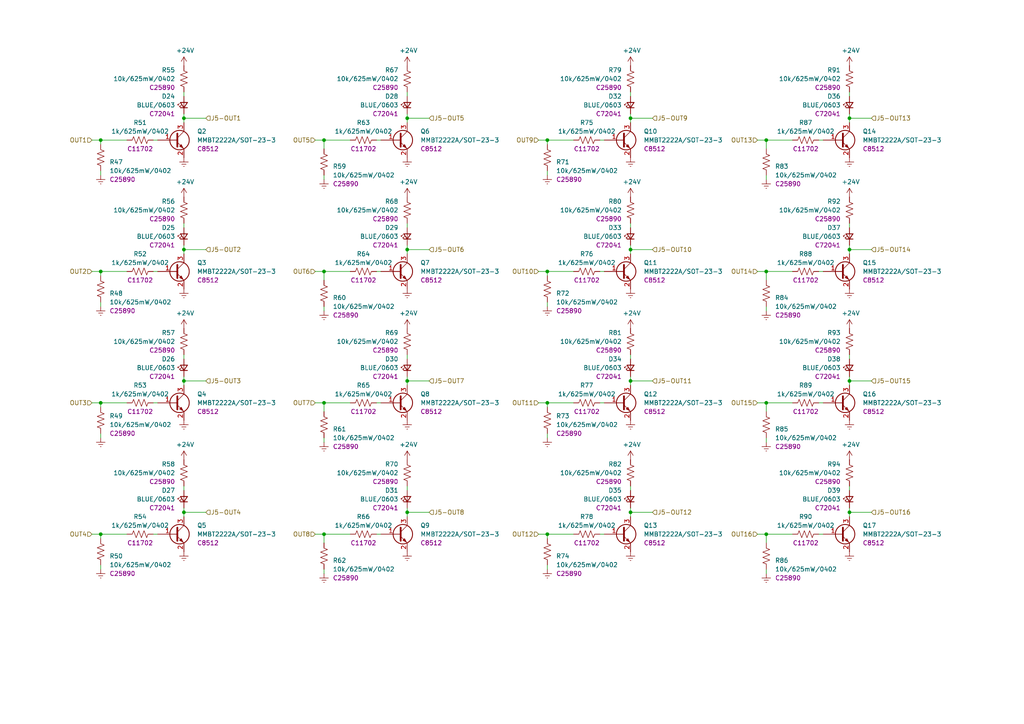
<source format=kicad_sch>
(kicad_sch (version 20211123) (generator eeschema)
  (paper "A4")
  (junction (at 182.88 110.49))
  (junction (at 222.25 40.64))
  (junction (at 158.75 116.84))
  (junction (at 222.25 116.84))
  (junction (at 222.25 78.74))
  (junction (at 53.34 72.39))
  (junction (at 29.21 116.84))
  (junction (at 222.25 154.94))
  (junction (at 118.11 110.49))
  (junction (at 118.11 34.29))
  (junction (at 93.98 78.74))
  (junction (at 93.98 154.94))
  (junction (at 118.11 72.39))
  (junction (at 29.21 40.64))
  (junction (at 158.75 78.74))
  (junction (at 158.75 40.64))
  (junction (at 182.88 148.59))
  (junction (at 246.38 148.59))
  (junction (at 182.88 72.39))
  (junction (at 93.98 40.64))
  (junction (at 246.38 110.49))
  (junction (at 182.88 34.29))
  (junction (at 53.34 34.29))
  (junction (at 53.34 110.49))
  (junction (at 246.38 72.39))
  (junction (at 29.21 78.74))
  (junction (at 29.21 154.94))
  (junction (at 118.11 148.59))
  (junction (at 246.38 34.29))
  (junction (at 53.34 148.59))
  (junction (at 158.75 154.94))
  (junction (at 93.98 116.84))
  (wire (pts (xy 182.88 102.87) (xy 182.88 104.14)))
  (wire (pts (xy 29.21 154.94) (xy 36.83 154.94)))
  (wire (pts (xy 29.21 116.84) (xy 29.21 118.11)))
  (wire (pts (xy 182.88 72.39) (xy 182.88 73.66)))
  (wire (pts (xy 53.34 140.97) (xy 53.34 142.24)))
  (wire (pts (xy 93.98 88.9) (xy 93.98 90.17)))
  (wire (pts (xy 109.22 40.64) (xy 110.49 40.64)))
  (wire (pts (xy 182.88 140.97) (xy 182.88 142.24)))
  (wire (pts (xy 93.98 40.64) (xy 101.6 40.64)))
  (wire (pts (xy 29.21 40.64) (xy 29.21 41.91)))
  (wire (pts (xy 109.22 116.84) (xy 110.49 116.84)))
  (wire (pts (xy 158.75 163.83) (xy 158.75 165.1)))
  (wire (pts (xy 246.38 34.29) (xy 252.73 34.29)))
  (wire (pts (xy 93.98 154.94) (xy 93.98 157.48)))
  (wire (pts (xy 118.11 64.77) (xy 118.11 66.04)))
  (wire (pts (xy 44.45 40.64) (xy 45.72 40.64)))
  (wire (pts (xy 182.88 64.77) (xy 182.88 66.04)))
  (wire (pts (xy 246.38 109.22) (xy 246.38 110.49)))
  (wire (pts (xy 118.11 71.12) (xy 118.11 72.39)))
  (wire (pts (xy 93.98 116.84) (xy 93.98 119.38)))
  (wire (pts (xy 158.75 40.64) (xy 158.75 41.91)))
  (wire (pts (xy 91.44 154.94) (xy 93.98 154.94)))
  (wire (pts (xy 26.67 154.94) (xy 29.21 154.94)))
  (wire (pts (xy 53.34 71.12) (xy 53.34 72.39)))
  (wire (pts (xy 29.21 87.63) (xy 29.21 88.9)))
  (wire (pts (xy 29.21 78.74) (xy 29.21 80.01)))
  (wire (pts (xy 93.98 116.84) (xy 101.6 116.84)))
  (wire (pts (xy 118.11 34.29) (xy 124.46 34.29)))
  (wire (pts (xy 219.71 40.64) (xy 222.25 40.64)))
  (wire (pts (xy 118.11 148.59) (xy 118.11 149.86)))
  (wire (pts (xy 29.21 154.94) (xy 29.21 156.21)))
  (wire (pts (xy 222.25 165.1) (xy 222.25 166.37)))
  (wire (pts (xy 156.21 154.94) (xy 158.75 154.94)))
  (wire (pts (xy 156.21 40.64) (xy 158.75 40.64)))
  (wire (pts (xy 246.38 33.02) (xy 246.38 34.29)))
  (wire (pts (xy 44.45 116.84) (xy 45.72 116.84)))
  (wire (pts (xy 118.11 110.49) (xy 124.46 110.49)))
  (wire (pts (xy 158.75 116.84) (xy 166.37 116.84)))
  (wire (pts (xy 93.98 127) (xy 93.98 128.27)))
  (wire (pts (xy 93.98 154.94) (xy 101.6 154.94)))
  (wire (pts (xy 93.98 40.64) (xy 93.98 43.18)))
  (wire (pts (xy 53.34 102.87) (xy 53.34 104.14)))
  (wire (pts (xy 158.75 78.74) (xy 166.37 78.74)))
  (wire (pts (xy 173.99 154.94) (xy 175.26 154.94)))
  (wire (pts (xy 182.88 110.49) (xy 189.23 110.49)))
  (wire (pts (xy 29.21 40.64) (xy 36.83 40.64)))
  (wire (pts (xy 219.71 154.94) (xy 222.25 154.94)))
  (wire (pts (xy 53.34 33.02) (xy 53.34 34.29)))
  (wire (pts (xy 44.45 154.94) (xy 45.72 154.94)))
  (wire (pts (xy 182.88 33.02) (xy 182.88 34.29)))
  (wire (pts (xy 246.38 34.29) (xy 246.38 35.56)))
  (wire (pts (xy 118.11 34.29) (xy 118.11 35.56)))
  (wire (pts (xy 158.75 87.63) (xy 158.75 88.9)))
  (wire (pts (xy 59.69 72.39) (xy 53.34 72.39)))
  (wire (pts (xy 53.34 147.32) (xy 53.34 148.59)))
  (wire (pts (xy 158.75 49.53) (xy 158.75 50.8)))
  (wire (pts (xy 246.38 72.39) (xy 246.38 73.66)))
  (wire (pts (xy 246.38 102.87) (xy 246.38 104.14)))
  (wire (pts (xy 118.11 72.39) (xy 118.11 73.66)))
  (wire (pts (xy 182.88 148.59) (xy 182.88 149.86)))
  (wire (pts (xy 93.98 78.74) (xy 93.98 81.28)))
  (wire (pts (xy 53.34 72.39) (xy 53.34 73.66)))
  (wire (pts (xy 222.25 154.94) (xy 222.25 157.48)))
  (wire (pts (xy 26.67 116.84) (xy 29.21 116.84)))
  (wire (pts (xy 182.88 147.32) (xy 182.88 148.59)))
  (wire (pts (xy 246.38 26.67) (xy 246.38 27.94)))
  (wire (pts (xy 222.25 116.84) (xy 229.87 116.84)))
  (wire (pts (xy 109.22 154.94) (xy 110.49 154.94)))
  (wire (pts (xy 182.88 26.67) (xy 182.88 27.94)))
  (wire (pts (xy 237.49 40.64) (xy 238.76 40.64)))
  (wire (pts (xy 246.38 140.97) (xy 246.38 142.24)))
  (wire (pts (xy 118.11 148.59) (xy 124.46 148.59)))
  (wire (pts (xy 26.67 78.74) (xy 29.21 78.74)))
  (wire (pts (xy 109.22 78.74) (xy 110.49 78.74)))
  (wire (pts (xy 182.88 109.22) (xy 182.88 110.49)))
  (wire (pts (xy 29.21 163.83) (xy 29.21 165.1)))
  (wire (pts (xy 29.21 125.73) (xy 29.21 127)))
  (wire (pts (xy 246.38 64.77) (xy 246.38 66.04)))
  (wire (pts (xy 44.45 78.74) (xy 45.72 78.74)))
  (wire (pts (xy 189.23 72.39) (xy 182.88 72.39)))
  (wire (pts (xy 182.88 34.29) (xy 182.88 35.56)))
  (wire (pts (xy 156.21 116.84) (xy 158.75 116.84)))
  (wire (pts (xy 222.25 78.74) (xy 229.87 78.74)))
  (wire (pts (xy 118.11 102.87) (xy 118.11 104.14)))
  (wire (pts (xy 53.34 64.77) (xy 53.34 66.04)))
  (wire (pts (xy 53.34 109.22) (xy 53.34 110.49)))
  (wire (pts (xy 93.98 165.1) (xy 93.98 166.37)))
  (wire (pts (xy 219.71 116.84) (xy 222.25 116.84)))
  (wire (pts (xy 118.11 147.32) (xy 118.11 148.59)))
  (wire (pts (xy 222.25 40.64) (xy 229.87 40.64)))
  (wire (pts (xy 246.38 148.59) (xy 246.38 149.86)))
  (wire (pts (xy 93.98 50.8) (xy 93.98 52.07)))
  (wire (pts (xy 118.11 72.39) (xy 124.46 72.39)))
  (wire (pts (xy 53.34 148.59) (xy 59.69 148.59)))
  (wire (pts (xy 246.38 148.59) (xy 252.73 148.59)))
  (wire (pts (xy 118.11 26.67) (xy 118.11 27.94)))
  (wire (pts (xy 182.88 71.12) (xy 182.88 72.39)))
  (wire (pts (xy 222.25 127) (xy 222.25 128.27)))
  (wire (pts (xy 59.69 34.29) (xy 53.34 34.29)))
  (wire (pts (xy 219.71 78.74) (xy 222.25 78.74)))
  (wire (pts (xy 158.75 116.84) (xy 158.75 118.11)))
  (wire (pts (xy 29.21 49.53) (xy 29.21 50.8)))
  (wire (pts (xy 222.25 154.94) (xy 229.87 154.94)))
  (wire (pts (xy 222.25 50.8) (xy 222.25 52.07)))
  (wire (pts (xy 158.75 78.74) (xy 158.75 80.01)))
  (wire (pts (xy 53.34 34.29) (xy 53.34 35.56)))
  (wire (pts (xy 246.38 72.39) (xy 252.73 72.39)))
  (wire (pts (xy 158.75 40.64) (xy 166.37 40.64)))
  (wire (pts (xy 53.34 110.49) (xy 59.69 110.49)))
  (wire (pts (xy 93.98 78.74) (xy 101.6 78.74)))
  (wire (pts (xy 53.34 148.59) (xy 53.34 149.86)))
  (wire (pts (xy 156.21 78.74) (xy 158.75 78.74)))
  (wire (pts (xy 222.25 40.64) (xy 222.25 43.18)))
  (wire (pts (xy 237.49 154.94) (xy 238.76 154.94)))
  (wire (pts (xy 26.67 40.64) (xy 29.21 40.64)))
  (wire (pts (xy 222.25 78.74) (xy 222.25 81.28)))
  (wire (pts (xy 118.11 140.97) (xy 118.11 142.24)))
  (wire (pts (xy 118.11 33.02) (xy 118.11 34.29)))
  (wire (pts (xy 91.44 40.64) (xy 93.98 40.64)))
  (wire (pts (xy 246.38 71.12) (xy 246.38 72.39)))
  (wire (pts (xy 237.49 116.84) (xy 238.76 116.84)))
  (wire (pts (xy 158.75 154.94) (xy 166.37 154.94)))
  (wire (pts (xy 53.34 26.67) (xy 53.34 27.94)))
  (wire (pts (xy 246.38 110.49) (xy 252.73 110.49)))
  (wire (pts (xy 29.21 116.84) (xy 36.83 116.84)))
  (wire (pts (xy 91.44 78.74) (xy 93.98 78.74)))
  (wire (pts (xy 91.44 116.84) (xy 93.98 116.84)))
  (wire (pts (xy 118.11 109.22) (xy 118.11 110.49)))
  (wire (pts (xy 246.38 147.32) (xy 246.38 148.59)))
  (wire (pts (xy 189.23 34.29) (xy 182.88 34.29)))
  (wire (pts (xy 182.88 110.49) (xy 182.88 111.76)))
  (wire (pts (xy 237.49 78.74) (xy 238.76 78.74)))
  (wire (pts (xy 158.75 125.73) (xy 158.75 127)))
  (wire (pts (xy 222.25 116.84) (xy 222.25 119.38)))
  (wire (pts (xy 246.38 110.49) (xy 246.38 111.76)))
  (wire (pts (xy 182.88 148.59) (xy 189.23 148.59)))
  (wire (pts (xy 173.99 78.74) (xy 175.26 78.74)))
  (wire (pts (xy 158.75 154.94) (xy 158.75 156.21)))
  (wire (pts (xy 29.21 78.74) (xy 36.83 78.74)))
  (wire (pts (xy 53.34 110.49) (xy 53.34 111.76)))
  (wire (pts (xy 173.99 40.64) (xy 175.26 40.64)))
  (wire (pts (xy 118.11 110.49) (xy 118.11 111.76)))
  (wire (pts (xy 222.25 88.9) (xy 222.25 90.17)))
  (wire (pts (xy 173.99 116.84) (xy 175.26 116.84)))
  (hierarchical_label "J5-OUT8" (shape input) (at 124.46 148.59 0))
  (hierarchical_label "J5-OUT6" (shape input) (at 124.46 72.39 0))
  (hierarchical_label "OUT1" (shape input) (at 26.67 40.64 180))
  (hierarchical_label "J5-OUT4" (shape input) (at 59.69 148.59 0))
  (hierarchical_label "OUT12" (shape input) (at 156.21 154.94 180))
  (hierarchical_label "J5-OUT14" (shape input) (at 252.73 72.39 0))
  (hierarchical_label "J5-OUT2" (shape input) (at 59.69 72.39 0))
  (hierarchical_label "J5-OUT16" (shape input) (at 252.73 148.59 0))
  (hierarchical_label "J5-OUT11" (shape input) (at 189.23 110.49 0))
  (hierarchical_label "OUT9" (shape input) (at 156.21 40.64 180))
  (hierarchical_label "OUT7" (shape input) (at 91.44 116.84 180))
  (hierarchical_label "OUT15" (shape input) (at 219.71 116.84 180))
  (hierarchical_label "J5-OUT5" (shape input) (at 124.46 34.29 0))
  (hierarchical_label "J5-OUT15" (shape input) (at 252.73 110.49 0))
  (hierarchical_label "OUT13" (shape input) (at 219.71 40.64 180))
  (hierarchical_label "OUT16" (shape input) (at 219.71 154.94 180))
  (hierarchical_label "J5-OUT1" (shape input) (at 59.69 34.29 0))
  (hierarchical_label "OUT4" (shape input) (at 26.67 154.94 180))
  (hierarchical_label "OUT8" (shape input) (at 91.44 154.94 180))
  (hierarchical_label "OUT14" (shape input) (at 219.71 78.74 180))
  (hierarchical_label "OUT10" (shape input) (at 156.21 78.74 180))
  (hierarchical_label "J5-OUT7" (shape input) (at 124.46 110.49 0))
  (hierarchical_label "J5-OUT12" (shape input) (at 189.23 148.59 0))
  (hierarchical_label "OUT6" (shape input) (at 91.44 78.74 180))
  (hierarchical_label "J5-OUT13" (shape input) (at 252.73 34.29 0))
  (hierarchical_label "OUT3" (shape input) (at 26.67 116.84 180))
  (hierarchical_label "J5-OUT3" (shape input) (at 59.69 110.49 0))
  (hierarchical_label "OUT5" (shape input) (at 91.44 40.64 180))
  (hierarchical_label "J5-OUT9" (shape input) (at 189.23 34.29 0))
  (hierarchical_label "OUT2" (shape input) (at 26.67 78.74 180))
  (hierarchical_label "OUT11" (shape input) (at 156.21 116.84 180))
  (hierarchical_label "J5-OUT10" (shape input) (at 189.23 72.39 0))
  (symbol (lib_id "Device:R_US") (at 53.34 137.16 0) (unit 1)
    (property "Reference" "R58" (at 50.8 134.62 0) (effects (justify right)))
    (property "Value" "10k/625mW/0402" (at 50.8 137.16 0) (effects (justify right)))
    (property "Footprint" "Tales:R_0402_1005Metric" (effects hide))
    (property "Case" "0402/1005" (effects hide))
    (property "Mfr" "Uniroyal" (effects hide))
    (property "Vendor" "JLCPCB" (effects hide))
    (property "Mfr PN" "0402WGF3301TCE" (effects hide))
    (property "Vendor PN" "C25890" (effects hide))
    (property "LCSC Part #" "C25890" (at 50.8 139.7 0) (effects (justify right)))
    (property "JLCPCB BOM" "1" (effects hide))
  )
  (symbol (lib_id "Device:LED_Small") (at 246.38 68.58 90) (unit 1)
    (property "Reference" "D37" (at 243.84 66.04 90) (effects (justify left)))
    (property "Value" "BLUE/0603" (at 243.84 68.58 90) (effects (justify left)))
    (property "Footprint" "Tales:LED_0603_1608Metric" (effects hide))
    (property "Case" "0603" (effects hide))
    (property "Mfr" "Everlight" (effects hide))
    (property "Mfr PN" "19-217/BHC-ZL1M2RY/3T" (effects hide))
    (property "Vendor" "JLCPCB" (effects hide))
    (property "Vendor PN" "C72041" (effects hide))
    (property "LCSC Part #" "C72041" (at 243.84 71.12 90) (effects (justify left)))
    (property "JLCPCB BOM" "1" (effects hide))
  )
  (symbol (lib_id "Device:R_US") (at 93.98 161.29 0) (unit 1)
    (property "Reference" "R62" (at 96.52 162.56 0) (effects (justify left)))
    (property "Value" "10k/625mW/0402" (at 96.52 165.1 0) (effects (justify left)))
    (property "Footprint" "Tales:R_0402_1005Metric" (effects hide))
    (property "Case" "0402/1005" (effects hide))
    (property "Mfr" "Uniroyal" (effects hide))
    (property "Vendor" "JLCPCB" (effects hide))
    (property "Mfr PN" "0402WGF3301TCE" (effects hide))
    (property "Vendor PN" "C25890" (effects hide))
    (property "LCSC Part #" "C25890" (at 96.52 167.64 0) (effects (justify left)))
    (property "JLCPCB BOM" "1" (effects hide))
  )
  (symbol (lib_id "power:GNDREF") (at 182.88 45.72 0) (unit 1)
    (property "Reference" "#PWR0119" (effects hide))
    (property "Value" "GNDREF" (effects hide))
  )
  (symbol (lib_id "Device:R_US") (at 158.75 45.72 0) (unit 1)
    (property "Reference" "R71" (at 161.29 46.99 0) (effects (justify left)))
    (property "Value" "10k/625mW/0402" (at 161.29 49.53 0) (effects (justify left)))
    (property "Footprint" "Tales:R_0402_1005Metric" (effects hide))
    (property "Case" "0402/1005" (effects hide))
    (property "Mfr" "Uniroyal" (effects hide))
    (property "Vendor" "JLCPCB" (effects hide))
    (property "Mfr PN" "0402WGF3301TCE" (effects hide))
    (property "Vendor PN" "C25890" (effects hide))
    (property "LCSC Part #" "C25890" (at 161.29 52.07 0) (effects (justify left)))
    (property "JLCPCB BOM" "1" (effects hide))
  )
  (symbol (lib_id "Device:R_US") (at 170.18 40.64 270) (unit 1)
    (property "Reference" "R75" (at 170.18 35.56 90))
    (property "Value" "1k/625mW/0402" (at 170.18 38.1 90))
    (property "Footprint" "Tales:R_0402_1005Metric" (effects hide))
    (property "Case" "0402/1005" (effects hide))
    (property "Mfr" "Uniroyal" (effects hide))
    (property "Mfr PN" "0402WGF1001TCE" (effects hide))
    (property "Vendor" "JLCPCB" (effects hide))
    (property "Vendor PN" "C11702" (effects hide))
    (property "LCSC Part #" "C11702" (at 170.18 43.18 90))
    (property "JLCPCB BOM" "1" (effects hide))
  )
  (symbol (lib_id "Device:LED_Small") (at 53.34 106.68 90) (unit 1)
    (property "Reference" "D26" (at 50.8 104.14 90) (effects (justify left)))
    (property "Value" "BLUE/0603" (at 50.8 106.68 90) (effects (justify left)))
    (property "Footprint" "Tales:LED_0603_1608Metric" (effects hide))
    (property "Case" "0603" (effects hide))
    (property "Mfr" "Everlight" (effects hide))
    (property "Mfr PN" "19-217/BHC-ZL1M2RY/3T" (effects hide))
    (property "Vendor" "JLCPCB" (effects hide))
    (property "Vendor PN" "C72041" (effects hide))
    (property "LCSC Part #" "C72041" (at 50.8 109.22 90) (effects (justify left)))
    (property "JLCPCB BOM" "1" (effects hide))
  )
  (symbol (lib_id "Device:R_US") (at 233.68 154.94 270) (unit 1)
    (property "Reference" "R90" (at 233.68 149.86 90))
    (property "Value" "1k/625mW/0402" (at 233.68 152.4 90))
    (property "Footprint" "Tales:R_0402_1005Metric" (effects hide))
    (property "Case" "0402/1005" (effects hide))
    (property "Mfr" "Uniroyal" (effects hide))
    (property "Mfr PN" "0402WGF1001TCE" (effects hide))
    (property "Vendor" "JLCPCB" (effects hide))
    (property "Vendor PN" "C11702" (effects hide))
    (property "LCSC Part #" "C11702" (at 233.68 157.48 90))
    (property "JLCPCB BOM" "1" (effects hide))
  )
  (symbol (lib_id "power:GNDREF") (at 29.21 165.1 0) (unit 1)
    (property "Reference" "#PWR093" (effects hide))
    (property "Value" "GNDREF" (effects hide))
  )
  (symbol (lib_id "power:+24V") (at 118.11 133.35 0) (unit 1)
    (property "Reference" "#PWR0112" (effects hide))
    (property "Value" "+24V" (at 118.491 128.9558 0))
  )
  (symbol (lib_id "Device:R_US") (at 93.98 85.09 0) (unit 1)
    (property "Reference" "R60" (at 96.52 86.36 0) (effects (justify left)))
    (property "Value" "10k/625mW/0402" (at 96.52 88.9 0) (effects (justify left)))
    (property "Footprint" "Tales:R_0402_1005Metric" (effects hide))
    (property "Case" "0402/1005" (effects hide))
    (property "Mfr" "Uniroyal" (effects hide))
    (property "Vendor" "JLCPCB" (effects hide))
    (property "Mfr PN" "0402WGF3301TCE" (effects hide))
    (property "Vendor PN" "C25890" (effects hide))
    (property "LCSC Part #" "C25890" (at 96.52 91.44 0) (effects (justify left)))
    (property "JLCPCB BOM" "1" (effects hide))
  )
  (symbol (lib_id "Device:R_US") (at 222.25 123.19 0) (unit 1)
    (property "Reference" "R85" (at 224.79 124.46 0) (effects (justify left)))
    (property "Value" "10k/625mW/0402" (at 224.79 127 0) (effects (justify left)))
    (property "Footprint" "Tales:R_0402_1005Metric" (effects hide))
    (property "Case" "0402/1005" (effects hide))
    (property "Mfr" "Uniroyal" (effects hide))
    (property "Vendor" "JLCPCB" (effects hide))
    (property "Mfr PN" "0402WGF3301TCE" (effects hide))
    (property "Vendor PN" "C25890" (effects hide))
    (property "LCSC Part #" "C25890" (at 224.79 129.54 0) (effects (justify left)))
    (property "JLCPCB BOM" "1" (effects hide))
  )
  (symbol (lib_id "Device:R_US") (at 158.75 160.02 0) (unit 1)
    (property "Reference" "R74" (at 161.29 161.29 0) (effects (justify left)))
    (property "Value" "10k/625mW/0402" (at 161.29 163.83 0) (effects (justify left)))
    (property "Footprint" "Tales:R_0402_1005Metric" (effects hide))
    (property "Case" "0402/1005" (effects hide))
    (property "Mfr" "Uniroyal" (effects hide))
    (property "Vendor" "JLCPCB" (effects hide))
    (property "Mfr PN" "0402WGF3301TCE" (effects hide))
    (property "Vendor PN" "C25890" (effects hide))
    (property "LCSC Part #" "C25890" (at 161.29 166.37 0) (effects (justify left)))
    (property "JLCPCB BOM" "1" (effects hide))
  )
  (symbol (lib_id "power:+24V") (at 182.88 133.35 0) (unit 1)
    (property "Reference" "#PWR0124" (effects hide))
    (property "Value" "+24V" (at 183.261 128.9558 0))
  )
  (symbol (lib_id "Device:R_US") (at 118.11 137.16 0) (unit 1)
    (property "Reference" "R70" (at 115.57 134.62 0) (effects (justify right)))
    (property "Value" "10k/625mW/0402" (at 115.57 137.16 0) (effects (justify right)))
    (property "Footprint" "Tales:R_0402_1005Metric" (effects hide))
    (property "Case" "0402/1005" (effects hide))
    (property "Mfr" "Uniroyal" (effects hide))
    (property "Vendor" "JLCPCB" (effects hide))
    (property "Mfr PN" "0402WGF3301TCE" (effects hide))
    (property "Vendor PN" "C25890" (effects hide))
    (property "LCSC Part #" "C25890" (at 115.57 139.7 0) (effects (justify right)))
    (property "JLCPCB BOM" "1" (effects hide))
  )
  (symbol (lib_id "power:+24V") (at 246.38 19.05 0) (unit 1)
    (property "Reference" "#PWR0130" (effects hide))
    (property "Value" "+24V" (at 246.761 14.6558 0))
  )
  (symbol (lib_id "Device:LED_Small") (at 246.38 144.78 90) (unit 1)
    (property "Reference" "D39" (at 243.84 142.24 90) (effects (justify left)))
    (property "Value" "BLUE/0603" (at 243.84 144.78 90) (effects (justify left)))
    (property "Footprint" "Tales:LED_0603_1608Metric" (effects hide))
    (property "Case" "0603" (effects hide))
    (property "Mfr" "Everlight" (effects hide))
    (property "Mfr PN" "19-217/BHC-ZL1M2RY/3T" (effects hide))
    (property "Vendor" "JLCPCB" (effects hide))
    (property "Vendor PN" "C72041" (effects hide))
    (property "LCSC Part #" "C72041" (at 243.84 147.32 90) (effects (justify left)))
    (property "JLCPCB BOM" "1" (effects hide))
  )
  (symbol (lib_id "Device:Q_NPN_BEC") (at 243.84 78.74 0) (unit 1)
    (property "Reference" "Q15" (at 250.19 76.2 0) (effects (justify left)))
    (property "Value" "MMBT2222A/SOT-23-3" (at 250.19 78.74 0) (effects (justify left)))
    (property "Footprint" "Tales:SOT-23" (effects hide))
    (property "Case" "SOT-23-3" (effects hide))
    (property "Mfr" "Changjiang" (effects hide))
    (property "Mfr PN" "MMBT2222A" (effects hide))
    (property "Technology" "BJT" (effects hide))
    (property "Vendor" "JLCPCB" (effects hide))
    (property "Vendor PN" "C8512" (effects hide))
    (property "JLCPCB BOM" "1" (effects hide))
    (property "LCSC Part #" "C8512" (at 250.19 81.28 0) (effects (justify left)))
  )
  (symbol (lib_id "power:GNDREF") (at 158.75 88.9 0) (unit 1)
    (property "Reference" "#PWR0115" (effects hide))
    (property "Value" "GNDREF" (effects hide))
  )
  (symbol (lib_id "Device:R_US") (at 105.41 40.64 270) (unit 1)
    (property "Reference" "R63" (at 105.41 35.56 90))
    (property "Value" "1k/625mW/0402" (at 105.41 38.1 90))
    (property "Footprint" "Tales:R_0402_1005Metric" (effects hide))
    (property "Case" "0402/1005" (effects hide))
    (property "Mfr" "Uniroyal" (effects hide))
    (property "Mfr PN" "0402WGF1001TCE" (effects hide))
    (property "Vendor" "JLCPCB" (effects hide))
    (property "Vendor PN" "C11702" (effects hide))
    (property "LCSC Part #" "C11702" (at 105.41 43.18 90))
    (property "JLCPCB BOM" "1" (effects hide))
  )
  (symbol (lib_id "power:+24V") (at 53.34 133.35 0) (unit 1)
    (property "Reference" "#PWR0100" (effects hide))
    (property "Value" "+24V" (at 53.721 128.9558 0))
  )
  (symbol (lib_id "power:GNDREF") (at 246.38 121.92 0) (unit 1)
    (property "Reference" "#PWR0135" (effects hide))
    (property "Value" "GNDREF" (effects hide))
  )
  (symbol (lib_id "power:GNDREF") (at 246.38 160.02 0) (unit 1)
    (property "Reference" "#PWR0137" (effects hide))
    (property "Value" "GNDREF" (effects hide))
  )
  (symbol (lib_id "power:GNDREF") (at 93.98 166.37 0) (unit 1)
    (property "Reference" "#PWR0105" (effects hide))
    (property "Value" "GNDREF" (effects hide))
  )
  (symbol (lib_id "Device:Q_NPN_BEC") (at 115.57 78.74 0) (unit 1)
    (property "Reference" "Q7" (at 121.92 76.2 0) (effects (justify left)))
    (property "Value" "MMBT2222A/SOT-23-3" (at 121.92 78.74 0) (effects (justify left)))
    (property "Footprint" "Tales:SOT-23" (effects hide))
    (property "Case" "SOT-23-3" (effects hide))
    (property "Mfr" "Changjiang" (effects hide))
    (property "Mfr PN" "MMBT2222A" (effects hide))
    (property "Technology" "BJT" (effects hide))
    (property "Vendor" "JLCPCB" (effects hide))
    (property "Vendor PN" "C8512" (effects hide))
    (property "JLCPCB BOM" "1" (effects hide))
    (property "LCSC Part #" "C8512" (at 121.92 81.28 0) (effects (justify left)))
  )
  (symbol (lib_id "Device:R_US") (at 53.34 99.06 0) (unit 1)
    (property "Reference" "R57" (at 50.8 96.52 0) (effects (justify right)))
    (property "Value" "10k/625mW/0402" (at 50.8 99.06 0) (effects (justify right)))
    (property "Footprint" "Tales:R_0402_1005Metric" (effects hide))
    (property "Case" "0402/1005" (effects hide))
    (property "Mfr" "Uniroyal" (effects hide))
    (property "Vendor" "JLCPCB" (effects hide))
    (property "Mfr PN" "0402WGF3301TCE" (effects hide))
    (property "Vendor PN" "C25890" (effects hide))
    (property "LCSC Part #" "C25890" (at 50.8 101.6 0) (effects (justify right)))
    (property "JLCPCB BOM" "1" (effects hide))
  )
  (symbol (lib_id "Device:LED_Small") (at 53.34 30.48 90) (unit 1)
    (property "Reference" "D24" (at 50.8 27.94 90) (effects (justify left)))
    (property "Value" "BLUE/0603" (at 50.8 30.48 90) (effects (justify left)))
    (property "Footprint" "Tales:LED_0603_1608Metric" (effects hide))
    (property "Case" "0603" (effects hide))
    (property "Mfr" "Everlight" (effects hide))
    (property "Mfr PN" "19-217/BHC-ZL1M2RY/3T" (effects hide))
    (property "Vendor" "JLCPCB" (effects hide))
    (property "Vendor PN" "C72041" (effects hide))
    (property "LCSC Part #" "C72041" (at 50.8 33.02 90) (effects (justify left)))
    (property "JLCPCB BOM" "1" (effects hide))
  )
  (symbol (lib_id "power:+24V") (at 53.34 95.25 0) (unit 1)
    (property "Reference" "#PWR098" (effects hide))
    (property "Value" "+24V" (at 53.721 90.8558 0))
  )
  (symbol (lib_id "Device:R_US") (at 93.98 123.19 0) (unit 1)
    (property "Reference" "R61" (at 96.52 124.46 0) (effects (justify left)))
    (property "Value" "10k/625mW/0402" (at 96.52 127 0) (effects (justify left)))
    (property "Footprint" "Tales:R_0402_1005Metric" (effects hide))
    (property "Case" "0402/1005" (effects hide))
    (property "Mfr" "Uniroyal" (effects hide))
    (property "Vendor" "JLCPCB" (effects hide))
    (property "Mfr PN" "0402WGF3301TCE" (effects hide))
    (property "Vendor PN" "C25890" (effects hide))
    (property "LCSC Part #" "C25890" (at 96.52 129.54 0) (effects (justify left)))
    (property "JLCPCB BOM" "1" (effects hide))
  )
  (symbol (lib_id "power:GNDREF") (at 53.34 83.82 0) (unit 1)
    (property "Reference" "#PWR097" (effects hide))
    (property "Value" "GNDREF" (effects hide))
  )
  (symbol (lib_id "Device:Q_NPN_BEC") (at 50.8 78.74 0) (unit 1)
    (property "Reference" "Q3" (at 57.15 76.2 0) (effects (justify left)))
    (property "Value" "MMBT2222A/SOT-23-3" (at 57.15 78.74 0) (effects (justify left)))
    (property "Footprint" "Tales:SOT-23" (effects hide))
    (property "Case" "SOT-23-3" (effects hide))
    (property "Mfr" "Changjiang" (effects hide))
    (property "Mfr PN" "MMBT2222A" (effects hide))
    (property "Technology" "BJT" (effects hide))
    (property "Vendor" "JLCPCB" (effects hide))
    (property "Vendor PN" "C8512" (effects hide))
    (property "JLCPCB BOM" "1" (effects hide))
    (property "LCSC Part #" "C8512" (at 57.15 81.28 0) (effects (justify left)))
  )
  (symbol (lib_id "Device:R_US") (at 222.25 46.99 0) (unit 1)
    (property "Reference" "R83" (at 224.79 48.26 0) (effects (justify left)))
    (property "Value" "10k/625mW/0402" (at 224.79 50.8 0) (effects (justify left)))
    (property "Footprint" "Tales:R_0402_1005Metric" (effects hide))
    (property "Case" "0402/1005" (effects hide))
    (property "Mfr" "Uniroyal" (effects hide))
    (property "Vendor" "JLCPCB" (effects hide))
    (property "Mfr PN" "0402WGF3301TCE" (effects hide))
    (property "Vendor PN" "C25890" (effects hide))
    (property "LCSC Part #" "C25890" (at 224.79 53.34 0) (effects (justify left)))
    (property "JLCPCB BOM" "1" (effects hide))
  )
  (symbol (lib_id "power:GNDREF") (at 182.88 121.92 0) (unit 1)
    (property "Reference" "#PWR0123" (effects hide))
    (property "Value" "GNDREF" (effects hide))
  )
  (symbol (lib_id "power:+24V") (at 246.38 133.35 0) (unit 1)
    (property "Reference" "#PWR0136" (effects hide))
    (property "Value" "+24V" (at 246.761 128.9558 0))
  )
  (symbol (lib_id "Device:R_US") (at 170.18 116.84 270) (unit 1)
    (property "Reference" "R77" (at 170.18 111.76 90))
    (property "Value" "1k/625mW/0402" (at 170.18 114.3 90))
    (property "Footprint" "Tales:R_0402_1005Metric" (effects hide))
    (property "Case" "0402/1005" (effects hide))
    (property "Mfr" "Uniroyal" (effects hide))
    (property "Mfr PN" "0402WGF1001TCE" (effects hide))
    (property "Vendor" "JLCPCB" (effects hide))
    (property "Vendor PN" "C11702" (effects hide))
    (property "LCSC Part #" "C11702" (at 170.18 119.38 90))
    (property "JLCPCB BOM" "1" (effects hide))
  )
  (symbol (lib_id "Device:LED_Small") (at 182.88 144.78 90) (unit 1)
    (property "Reference" "D35" (at 180.34 142.24 90) (effects (justify left)))
    (property "Value" "BLUE/0603" (at 180.34 144.78 90) (effects (justify left)))
    (property "Footprint" "Tales:LED_0603_1608Metric" (effects hide))
    (property "Case" "0603" (effects hide))
    (property "Mfr" "Everlight" (effects hide))
    (property "Mfr PN" "19-217/BHC-ZL1M2RY/3T" (effects hide))
    (property "Vendor" "JLCPCB" (effects hide))
    (property "Vendor PN" "C72041" (effects hide))
    (property "LCSC Part #" "C72041" (at 180.34 147.32 90) (effects (justify left)))
    (property "JLCPCB BOM" "1" (effects hide))
  )
  (symbol (lib_id "power:GNDREF") (at 118.11 83.82 0) (unit 1)
    (property "Reference" "#PWR0109" (effects hide))
    (property "Value" "GNDREF" (effects hide))
  )
  (symbol (lib_id "power:GNDREF") (at 222.25 90.17 0) (unit 1)
    (property "Reference" "#PWR0127" (effects hide))
    (property "Value" "GNDREF" (effects hide))
  )
  (symbol (lib_id "power:+24V") (at 182.88 95.25 0) (unit 1)
    (property "Reference" "#PWR0122" (effects hide))
    (property "Value" "+24V" (at 183.261 90.8558 0))
  )
  (symbol (lib_id "power:GNDREF") (at 222.25 52.07 0) (unit 1)
    (property "Reference" "#PWR0126" (effects hide))
    (property "Value" "GNDREF" (effects hide))
  )
  (symbol (lib_id "Device:R_US") (at 53.34 22.86 0) (unit 1)
    (property "Reference" "R55" (at 50.8 20.32 0) (effects (justify right)))
    (property "Value" "10k/625mW/0402" (at 50.8 22.86 0) (effects (justify right)))
    (property "Footprint" "Tales:R_0402_1005Metric" (effects hide))
    (property "Case" "0402/1005" (effects hide))
    (property "Mfr" "Uniroyal" (effects hide))
    (property "Vendor" "JLCPCB" (effects hide))
    (property "Mfr PN" "0402WGF3301TCE" (effects hide))
    (property "Vendor PN" "C25890" (effects hide))
    (property "LCSC Part #" "C25890" (at 50.8 25.4 0) (effects (justify right)))
    (property "JLCPCB BOM" "1" (effects hide))
  )
  (symbol (lib_id "power:GNDREF") (at 29.21 127 0) (unit 1)
    (property "Reference" "#PWR092" (effects hide))
    (property "Value" "GNDREF" (effects hide))
  )
  (symbol (lib_id "Device:R_US") (at 29.21 83.82 0) (unit 1)
    (property "Reference" "R48" (at 31.75 85.09 0) (effects (justify left)))
    (property "Value" "10k/625mW/0402" (at 31.75 87.63 0) (effects (justify left)))
    (property "Footprint" "Tales:R_0402_1005Metric" (effects hide))
    (property "Case" "0402/1005" (effects hide))
    (property "Mfr" "Uniroyal" (effects hide))
    (property "Vendor" "JLCPCB" (effects hide))
    (property "Mfr PN" "0402WGF3301TCE" (effects hide))
    (property "Vendor PN" "C25890" (effects hide))
    (property "LCSC Part #" "C25890" (at 31.75 90.17 0) (effects (justify left)))
    (property "JLCPCB BOM" "1" (effects hide))
  )
  (symbol (lib_id "Device:Q_NPN_BEC") (at 243.84 40.64 0) (unit 1)
    (property "Reference" "Q14" (at 250.19 38.1 0) (effects (justify left)))
    (property "Value" "MMBT2222A/SOT-23-3" (at 250.19 40.64 0) (effects (justify left)))
    (property "Footprint" "Tales:SOT-23" (effects hide))
    (property "Case" "SOT-23-3" (effects hide))
    (property "Mfr" "Changjiang" (effects hide))
    (property "Mfr PN" "MMBT2222A" (effects hide))
    (property "Technology" "BJT" (effects hide))
    (property "Vendor" "JLCPCB" (effects hide))
    (property "Vendor PN" "C8512" (effects hide))
    (property "JLCPCB BOM" "1" (effects hide))
    (property "LCSC Part #" "C8512" (at 250.19 43.18 0) (effects (justify left)))
  )
  (symbol (lib_id "Device:Q_NPN_BEC") (at 115.57 116.84 0) (unit 1)
    (property "Reference" "Q8" (at 121.92 114.3 0) (effects (justify left)))
    (property "Value" "MMBT2222A/SOT-23-3" (at 121.92 116.84 0) (effects (justify left)))
    (property "Footprint" "Tales:SOT-23" (effects hide))
    (property "Case" "SOT-23-3" (effects hide))
    (property "Mfr" "Changjiang" (effects hide))
    (property "Mfr PN" "MMBT2222A" (effects hide))
    (property "Technology" "BJT" (effects hide))
    (property "Vendor" "JLCPCB" (effects hide))
    (property "Vendor PN" "C8512" (effects hide))
    (property "JLCPCB BOM" "1" (effects hide))
    (property "LCSC Part #" "C8512" (at 121.92 119.38 0) (effects (justify left)))
  )
  (symbol (lib_id "Device:R_US") (at 29.21 160.02 0) (unit 1)
    (property "Reference" "R50" (at 31.75 161.29 0) (effects (justify left)))
    (property "Value" "10k/625mW/0402" (at 31.75 163.83 0) (effects (justify left)))
    (property "Footprint" "Tales:R_0402_1005Metric" (effects hide))
    (property "Case" "0402/1005" (effects hide))
    (property "Mfr" "Uniroyal" (effects hide))
    (property "Vendor" "JLCPCB" (effects hide))
    (property "Mfr PN" "0402WGF3301TCE" (effects hide))
    (property "Vendor PN" "C25890" (effects hide))
    (property "LCSC Part #" "C25890" (at 31.75 166.37 0) (effects (justify left)))
    (property "JLCPCB BOM" "1" (effects hide))
  )
  (symbol (lib_id "Device:LED_Small") (at 118.11 68.58 90) (unit 1)
    (property "Reference" "D29" (at 115.57 66.04 90) (effects (justify left)))
    (property "Value" "BLUE/0603" (at 115.57 68.58 90) (effects (justify left)))
    (property "Footprint" "Tales:LED_0603_1608Metric" (effects hide))
    (property "Case" "0603" (effects hide))
    (property "Mfr" "Everlight" (effects hide))
    (property "Mfr PN" "19-217/BHC-ZL1M2RY/3T" (effects hide))
    (property "Vendor" "JLCPCB" (effects hide))
    (property "Vendor PN" "C72041" (effects hide))
    (property "LCSC Part #" "C72041" (at 115.57 71.12 90) (effects (justify left)))
    (property "JLCPCB BOM" "1" (effects hide))
  )
  (symbol (lib_id "Device:R_US") (at 93.98 46.99 0) (unit 1)
    (property "Reference" "R59" (at 96.52 48.26 0) (effects (justify left)))
    (property "Value" "10k/625mW/0402" (at 96.52 50.8 0) (effects (justify left)))
    (property "Footprint" "Tales:R_0402_1005Metric" (effects hide))
    (property "Case" "0402/1005" (effects hide))
    (property "Mfr" "Uniroyal" (effects hide))
    (property "Vendor" "JLCPCB" (effects hide))
    (property "Mfr PN" "0402WGF3301TCE" (effects hide))
    (property "Vendor PN" "C25890" (effects hide))
    (property "LCSC Part #" "C25890" (at 96.52 53.34 0) (effects (justify left)))
    (property "JLCPCB BOM" "1" (effects hide))
  )
  (symbol (lib_id "Device:R_US") (at 53.34 60.96 0) (unit 1)
    (property "Reference" "R56" (at 50.8 58.42 0) (effects (justify right)))
    (property "Value" "10k/625mW/0402" (at 50.8 60.96 0) (effects (justify right)))
    (property "Footprint" "Tales:R_0402_1005Metric" (effects hide))
    (property "Case" "0402/1005" (effects hide))
    (property "Mfr" "Uniroyal" (effects hide))
    (property "Vendor" "JLCPCB" (effects hide))
    (property "Mfr PN" "0402WGF3301TCE" (effects hide))
    (property "Vendor PN" "C25890" (effects hide))
    (property "LCSC Part #" "C25890" (at 50.8 63.5 0) (effects (justify right)))
    (property "JLCPCB BOM" "1" (effects hide))
  )
  (symbol (lib_id "Device:LED_Small") (at 118.11 106.68 90) (unit 1)
    (property "Reference" "D30" (at 115.57 104.14 90) (effects (justify left)))
    (property "Value" "BLUE/0603" (at 115.57 106.68 90) (effects (justify left)))
    (property "Footprint" "Tales:LED_0603_1608Metric" (effects hide))
    (property "Case" "0603" (effects hide))
    (property "Mfr" "Everlight" (effects hide))
    (property "Mfr PN" "19-217/BHC-ZL1M2RY/3T" (effects hide))
    (property "Vendor" "JLCPCB" (effects hide))
    (property "Vendor PN" "C72041" (effects hide))
    (property "LCSC Part #" "C72041" (at 115.57 109.22 90) (effects (justify left)))
    (property "JLCPCB BOM" "1" (effects hide))
  )
  (symbol (lib_id "Device:LED_Small") (at 182.88 68.58 90) (unit 1)
    (property "Reference" "D33" (at 180.34 66.04 90) (effects (justify left)))
    (property "Value" "BLUE/0603" (at 180.34 68.58 90) (effects (justify left)))
    (property "Footprint" "Tales:LED_0603_1608Metric" (effects hide))
    (property "Case" "0603" (effects hide))
    (property "Mfr" "Everlight" (effects hide))
    (property "Mfr PN" "19-217/BHC-ZL1M2RY/3T" (effects hide))
    (property "Vendor" "JLCPCB" (effects hide))
    (property "Vendor PN" "C72041" (effects hide))
    (property "LCSC Part #" "C72041" (at 180.34 71.12 90) (effects (justify left)))
    (property "JLCPCB BOM" "1" (effects hide))
  )
  (symbol (lib_id "power:GNDREF") (at 53.34 121.92 0) (unit 1)
    (property "Reference" "#PWR099" (effects hide))
    (property "Value" "GNDREF" (effects hide))
  )
  (symbol (lib_id "power:+24V") (at 118.11 95.25 0) (unit 1)
    (property "Reference" "#PWR0110" (effects hide))
    (property "Value" "+24V" (at 118.491 90.8558 0))
  )
  (symbol (lib_id "Device:R_US") (at 182.88 99.06 0) (unit 1)
    (property "Reference" "R81" (at 180.34 96.52 0) (effects (justify right)))
    (property "Value" "10k/625mW/0402" (at 180.34 99.06 0) (effects (justify right)))
    (property "Footprint" "Tales:R_0402_1005Metric" (effects hide))
    (property "Case" "0402/1005" (effects hide))
    (property "Mfr" "Uniroyal" (effects hide))
    (property "Vendor" "JLCPCB" (effects hide))
    (property "Mfr PN" "0402WGF3301TCE" (effects hide))
    (property "Vendor PN" "C25890" (effects hide))
    (property "LCSC Part #" "C25890" (at 180.34 101.6 0) (effects (justify right)))
    (property "JLCPCB BOM" "1" (effects hide))
  )
  (symbol (lib_id "Device:R_US") (at 233.68 78.74 270) (unit 1)
    (property "Reference" "R88" (at 233.68 73.66 90))
    (property "Value" "1k/625mW/0402" (at 233.68 76.2 90))
    (property "Footprint" "Tales:R_0402_1005Metric" (effects hide))
    (property "Case" "0402/1005" (effects hide))
    (property "Mfr" "Uniroyal" (effects hide))
    (property "Mfr PN" "0402WGF1001TCE" (effects hide))
    (property "Vendor" "JLCPCB" (effects hide))
    (property "Vendor PN" "C11702" (effects hide))
    (property "LCSC Part #" "C11702" (at 233.68 81.28 90))
    (property "JLCPCB BOM" "1" (effects hide))
  )
  (symbol (lib_id "power:+24V") (at 182.88 19.05 0) (unit 1)
    (property "Reference" "#PWR0118" (effects hide))
    (property "Value" "+24V" (at 183.261 14.6558 0))
  )
  (symbol (lib_id "Device:R_US") (at 182.88 60.96 0) (unit 1)
    (property "Reference" "R80" (at 180.34 58.42 0) (effects (justify right)))
    (property "Value" "10k/625mW/0402" (at 180.34 60.96 0) (effects (justify right)))
    (property "Footprint" "Tales:R_0402_1005Metric" (effects hide))
    (property "Case" "0402/1005" (effects hide))
    (property "Mfr" "Uniroyal" (effects hide))
    (property "Vendor" "JLCPCB" (effects hide))
    (property "Mfr PN" "0402WGF3301TCE" (effects hide))
    (property "Vendor PN" "C25890" (effects hide))
    (property "LCSC Part #" "C25890" (at 180.34 63.5 0) (effects (justify right)))
    (property "JLCPCB BOM" "1" (effects hide))
  )
  (symbol (lib_id "power:+24V") (at 118.11 57.15 0) (unit 1)
    (property "Reference" "#PWR0108" (effects hide))
    (property "Value" "+24V" (at 118.491 52.7558 0))
  )
  (symbol (lib_id "Device:R_US") (at 246.38 99.06 0) (unit 1)
    (property "Reference" "R93" (at 243.84 96.52 0) (effects (justify right)))
    (property "Value" "10k/625mW/0402" (at 243.84 99.06 0) (effects (justify right)))
    (property "Footprint" "Tales:R_0402_1005Metric" (effects hide))
    (property "Case" "0402/1005" (effects hide))
    (property "Mfr" "Uniroyal" (effects hide))
    (property "Vendor" "JLCPCB" (effects hide))
    (property "Mfr PN" "0402WGF3301TCE" (effects hide))
    (property "Vendor PN" "C25890" (effects hide))
    (property "LCSC Part #" "C25890" (at 243.84 101.6 0) (effects (justify right)))
    (property "JLCPCB BOM" "1" (effects hide))
  )
  (symbol (lib_id "Device:R_US") (at 170.18 78.74 270) (unit 1)
    (property "Reference" "R76" (at 170.18 73.66 90))
    (property "Value" "1k/625mW/0402" (at 170.18 76.2 90))
    (property "Footprint" "Tales:R_0402_1005Metric" (effects hide))
    (property "Case" "0402/1005" (effects hide))
    (property "Mfr" "Uniroyal" (effects hide))
    (property "Mfr PN" "0402WGF1001TCE" (effects hide))
    (property "Vendor" "JLCPCB" (effects hide))
    (property "Vendor PN" "C11702" (effects hide))
    (property "LCSC Part #" "C11702" (at 170.18 81.28 90))
    (property "JLCPCB BOM" "1" (effects hide))
  )
  (symbol (lib_id "Device:R_US") (at 246.38 22.86 0) (unit 1)
    (property "Reference" "R91" (at 243.84 20.32 0) (effects (justify right)))
    (property "Value" "10k/625mW/0402" (at 243.84 22.86 0) (effects (justify right)))
    (property "Footprint" "Tales:R_0402_1005Metric" (effects hide))
    (property "Case" "0402/1005" (effects hide))
    (property "Mfr" "Uniroyal" (effects hide))
    (property "Vendor" "JLCPCB" (effects hide))
    (property "Mfr PN" "0402WGF3301TCE" (effects hide))
    (property "Vendor PN" "C25890" (effects hide))
    (property "LCSC Part #" "C25890" (at 243.84 25.4 0) (effects (justify right)))
    (property "JLCPCB BOM" "1" (effects hide))
  )
  (symbol (lib_id "power:GNDREF") (at 222.25 166.37 0) (unit 1)
    (property "Reference" "#PWR0129" (effects hide))
    (property "Value" "GNDREF" (effects hide))
  )
  (symbol (lib_id "Device:R_US") (at 170.18 154.94 270) (unit 1)
    (property "Reference" "R78" (at 170.18 149.86 90))
    (property "Value" "1k/625mW/0402" (at 170.18 152.4 90))
    (property "Footprint" "Tales:R_0402_1005Metric" (effects hide))
    (property "Case" "0402/1005" (effects hide))
    (property "Mfr" "Uniroyal" (effects hide))
    (property "Mfr PN" "0402WGF1001TCE" (effects hide))
    (property "Vendor" "JLCPCB" (effects hide))
    (property "Vendor PN" "C11702" (effects hide))
    (property "LCSC Part #" "C11702" (at 170.18 157.48 90))
    (property "JLCPCB BOM" "1" (effects hide))
  )
  (symbol (lib_id "Device:R_US") (at 158.75 121.92 0) (unit 1)
    (property "Reference" "R73" (at 161.29 120.65 0) (effects (justify left)))
    (property "Value" "10k/625mW/0402" (at 161.29 123.19 0) (effects (justify left)))
    (property "Footprint" "Tales:R_0402_1005Metric" (effects hide))
    (property "Case" "0402/1005" (effects hide))
    (property "Mfr" "Uniroyal" (effects hide))
    (property "Vendor" "JLCPCB" (effects hide))
    (property "Mfr PN" "0402WGF3301TCE" (effects hide))
    (property "Vendor PN" "C25890" (effects hide))
    (property "LCSC Part #" "C25890" (at 161.29 125.73 0) (effects (justify left)))
    (property "JLCPCB BOM" "1" (effects hide))
  )
  (symbol (lib_id "power:GNDREF") (at 118.11 121.92 0) (unit 1)
    (property "Reference" "#PWR0111" (effects hide))
    (property "Value" "GNDREF" (effects hide))
  )
  (symbol (lib_id "power:GNDREF") (at 53.34 45.72 0) (unit 1)
    (property "Reference" "#PWR095" (effects hide))
    (property "Value" "GNDREF" (effects hide))
  )
  (symbol (lib_id "power:+24V") (at 53.34 57.15 0) (unit 1)
    (property "Reference" "#PWR096" (effects hide))
    (property "Value" "+24V" (at 53.721 52.7558 0))
  )
  (symbol (lib_id "Device:R_US") (at 222.25 161.29 0) (unit 1)
    (property "Reference" "R86" (at 224.79 162.56 0) (effects (justify left)))
    (property "Value" "10k/625mW/0402" (at 224.79 165.1 0) (effects (justify left)))
    (property "Footprint" "Tales:R_0402_1005Metric" (effects hide))
    (property "Case" "0402/1005" (effects hide))
    (property "Mfr" "Uniroyal" (effects hide))
    (property "Vendor" "JLCPCB" (effects hide))
    (property "Mfr PN" "0402WGF3301TCE" (effects hide))
    (property "Vendor PN" "C25890" (effects hide))
    (property "LCSC Part #" "C25890" (at 224.79 167.64 0) (effects (justify left)))
    (property "JLCPCB BOM" "1" (effects hide))
  )
  (symbol (lib_id "Device:R_US") (at 118.11 22.86 0) (unit 1)
    (property "Reference" "R67" (at 115.57 20.32 0) (effects (justify right)))
    (property "Value" "10k/625mW/0402" (at 115.57 22.86 0) (effects (justify right)))
    (property "Footprint" "Tales:R_0402_1005Metric" (effects hide))
    (property "Case" "0402/1005" (effects hide))
    (property "Mfr" "Uniroyal" (effects hide))
    (property "Vendor" "JLCPCB" (effects hide))
    (property "Mfr PN" "0402WGF3301TCE" (effects hide))
    (property "Vendor PN" "C25890" (effects hide))
    (property "LCSC Part #" "C25890" (at 115.57 25.4 0) (effects (justify right)))
    (property "JLCPCB BOM" "1" (effects hide))
  )
  (symbol (lib_id "Device:Q_NPN_BEC") (at 50.8 154.94 0) (unit 1)
    (property "Reference" "Q5" (at 57.15 152.4 0) (effects (justify left)))
    (property "Value" "MMBT2222A/SOT-23-3" (at 57.15 154.94 0) (effects (justify left)))
    (property "Footprint" "Tales:SOT-23" (effects hide))
    (property "Case" "SOT-23-3" (effects hide))
    (property "Mfr" "Changjiang" (effects hide))
    (property "Mfr PN" "MMBT2222A" (effects hide))
    (property "Technology" "BJT" (effects hide))
    (property "Vendor" "JLCPCB" (effects hide))
    (property "Vendor PN" "C8512" (effects hide))
    (property "JLCPCB BOM" "1" (effects hide))
    (property "LCSC Part #" "C8512" (at 57.15 157.48 0) (effects (justify left)))
  )
  (symbol (lib_id "power:GNDREF") (at 182.88 83.82 0) (unit 1)
    (property "Reference" "#PWR0121" (effects hide))
    (property "Value" "GNDREF" (effects hide))
  )
  (symbol (lib_id "power:GNDREF") (at 29.21 50.8 0) (unit 1)
    (property "Reference" "#PWR090" (effects hide))
    (property "Value" "GNDREF" (effects hide))
  )
  (symbol (lib_id "Device:LED_Small") (at 118.11 144.78 90) (unit 1)
    (property "Reference" "D31" (at 115.57 142.24 90) (effects (justify left)))
    (property "Value" "BLUE/0603" (at 115.57 144.78 90) (effects (justify left)))
    (property "Footprint" "Tales:LED_0603_1608Metric" (effects hide))
    (property "Case" "0603" (effects hide))
    (property "Mfr" "Everlight" (effects hide))
    (property "Mfr PN" "19-217/BHC-ZL1M2RY/3T" (effects hide))
    (property "Vendor" "JLCPCB" (effects hide))
    (property "Vendor PN" "C72041" (effects hide))
    (property "LCSC Part #" "C72041" (at 115.57 147.32 90) (effects (justify left)))
    (property "JLCPCB BOM" "1" (effects hide))
  )
  (symbol (lib_id "power:GNDREF") (at 222.25 128.27 0) (unit 1)
    (property "Reference" "#PWR0128" (effects hide))
    (property "Value" "GNDREF" (effects hide))
  )
  (symbol (lib_id "Device:R_US") (at 40.64 116.84 270) (unit 1)
    (property "Reference" "R53" (at 40.64 111.76 90))
    (property "Value" "1k/625mW/0402" (at 40.64 114.3 90))
    (property "Footprint" "Tales:R_0402_1005Metric" (effects hide))
    (property "Case" "0402/1005" (effects hide))
    (property "Mfr" "Uniroyal" (effects hide))
    (property "Mfr PN" "0402WGF1001TCE" (effects hide))
    (property "Vendor" "JLCPCB" (effects hide))
    (property "Vendor PN" "C11702" (effects hide))
    (property "LCSC Part #" "C11702" (at 40.64 119.38 90))
    (property "JLCPCB BOM" "1" (effects hide))
  )
  (symbol (lib_id "Device:Q_NPN_BEC") (at 180.34 116.84 0) (unit 1)
    (property "Reference" "Q12" (at 186.69 114.3 0) (effects (justify left)))
    (property "Value" "MMBT2222A/SOT-23-3" (at 186.69 116.84 0) (effects (justify left)))
    (property "Footprint" "Tales:SOT-23" (effects hide))
    (property "Case" "SOT-23-3" (effects hide))
    (property "Mfr" "Changjiang" (effects hide))
    (property "Mfr PN" "MMBT2222A" (effects hide))
    (property "Technology" "BJT" (effects hide))
    (property "Vendor" "JLCPCB" (effects hide))
    (property "Vendor PN" "C8512" (effects hide))
    (property "JLCPCB BOM" "1" (effects hide))
    (property "LCSC Part #" "C8512" (at 186.69 119.38 0) (effects (justify left)))
  )
  (symbol (lib_id "power:GNDREF") (at 93.98 128.27 0) (unit 1)
    (property "Reference" "#PWR0104" (effects hide))
    (property "Value" "GNDREF" (effects hide))
  )
  (symbol (lib_id "Device:R_US") (at 158.75 83.82 0) (unit 1)
    (property "Reference" "R72" (at 161.29 85.09 0) (effects (justify left)))
    (property "Value" "10k/625mW/0402" (at 161.29 87.63 0) (effects (justify left)))
    (property "Footprint" "Tales:R_0402_1005Metric" (effects hide))
    (property "Case" "0402/1005" (effects hide))
    (property "Mfr" "Uniroyal" (effects hide))
    (property "Vendor" "JLCPCB" (effects hide))
    (property "Mfr PN" "0402WGF3301TCE" (effects hide))
    (property "Vendor PN" "C25890" (effects hide))
    (property "LCSC Part #" "C25890" (at 161.29 90.17 0) (effects (justify left)))
    (property "JLCPCB BOM" "1" (effects hide))
  )
  (symbol (lib_id "power:GNDREF") (at 246.38 83.82 0) (unit 1)
    (property "Reference" "#PWR0133" (effects hide))
    (property "Value" "GNDREF" (effects hide))
  )
  (symbol (lib_id "power:GNDREF") (at 182.88 160.02 0) (unit 1)
    (property "Reference" "#PWR0125" (effects hide))
    (property "Value" "GNDREF" (effects hide))
  )
  (symbol (lib_id "Device:LED_Small") (at 246.38 106.68 90) (unit 1)
    (property "Reference" "D38" (at 243.84 104.14 90) (effects (justify left)))
    (property "Value" "BLUE/0603" (at 243.84 106.68 90) (effects (justify left)))
    (property "Footprint" "Tales:LED_0603_1608Metric" (effects hide))
    (property "Case" "0603" (effects hide))
    (property "Mfr" "Everlight" (effects hide))
    (property "Mfr PN" "19-217/BHC-ZL1M2RY/3T" (effects hide))
    (property "Vendor" "JLCPCB" (effects hide))
    (property "Vendor PN" "C72041" (effects hide))
    (property "LCSC Part #" "C72041" (at 243.84 109.22 90) (effects (justify left)))
    (property "JLCPCB BOM" "1" (effects hide))
  )
  (symbol (lib_id "Device:Q_NPN_BEC") (at 50.8 116.84 0) (unit 1)
    (property "Reference" "Q4" (at 57.15 114.3 0) (effects (justify left)))
    (property "Value" "MMBT2222A/SOT-23-3" (at 57.15 116.84 0) (effects (justify left)))
    (property "Footprint" "Tales:SOT-23" (effects hide))
    (property "Case" "SOT-23-3" (effects hide))
    (property "Mfr" "Changjiang" (effects hide))
    (property "Mfr PN" "MMBT2222A" (effects hide))
    (property "Technology" "BJT" (effects hide))
    (property "Vendor" "JLCPCB" (effects hide))
    (property "Vendor PN" "C8512" (effects hide))
    (property "JLCPCB BOM" "1" (effects hide))
    (property "LCSC Part #" "C8512" (at 57.15 119.38 0) (effects (justify left)))
  )
  (symbol (lib_id "power:+24V") (at 182.88 57.15 0) (unit 1)
    (property "Reference" "#PWR0120" (effects hide))
    (property "Value" "+24V" (at 183.261 52.7558 0))
  )
  (symbol (lib_id "Device:Q_NPN_BEC") (at 180.34 154.94 0) (unit 1)
    (property "Reference" "Q13" (at 186.69 152.4 0) (effects (justify left)))
    (property "Value" "MMBT2222A/SOT-23-3" (at 186.69 154.94 0) (effects (justify left)))
    (property "Footprint" "Tales:SOT-23" (effects hide))
    (property "Case" "SOT-23-3" (effects hide))
    (property "Mfr" "Changjiang" (effects hide))
    (property "Mfr PN" "MMBT2222A" (effects hide))
    (property "Technology" "BJT" (effects hide))
    (property "Vendor" "JLCPCB" (effects hide))
    (property "Vendor PN" "C8512" (effects hide))
    (property "JLCPCB BOM" "1" (effects hide))
    (property "LCSC Part #" "C8512" (at 186.69 157.48 0) (effects (justify left)))
  )
  (symbol (lib_id "Device:R_US") (at 40.64 40.64 270) (unit 1)
    (property "Reference" "R51" (at 40.64 35.56 90))
    (property "Value" "1k/625mW/0402" (at 40.64 38.1 90))
    (property "Footprint" "Tales:R_0402_1005Metric" (effects hide))
    (property "Case" "0402/1005" (effects hide))
    (property "Mfr" "Uniroyal" (effects hide))
    (property "Mfr PN" "0402WGF1001TCE" (effects hide))
    (property "Vendor" "JLCPCB" (effects hide))
    (property "Vendor PN" "C11702" (effects hide))
    (property "LCSC Part #" "C11702" (at 40.64 43.18 90))
    (property "JLCPCB BOM" "1" (effects hide))
  )
  (symbol (lib_id "Device:R_US") (at 233.68 40.64 270) (unit 1)
    (property "Reference" "R87" (at 233.68 35.56 90))
    (property "Value" "1k/625mW/0402" (at 233.68 38.1 90))
    (property "Footprint" "Tales:R_0402_1005Metric" (effects hide))
    (property "Case" "0402/1005" (effects hide))
    (property "Mfr" "Uniroyal" (effects hide))
    (property "Mfr PN" "0402WGF1001TCE" (effects hide))
    (property "Vendor" "JLCPCB" (effects hide))
    (property "Vendor PN" "C11702" (effects hide))
    (property "LCSC Part #" "C11702" (at 233.68 43.18 90))
    (property "JLCPCB BOM" "1" (effects hide))
  )
  (symbol (lib_id "power:GNDREF") (at 158.75 165.1 0) (unit 1)
    (property "Reference" "#PWR0117" (effects hide))
    (property "Value" "GNDREF" (effects hide))
  )
  (symbol (lib_id "Device:Q_NPN_BEC") (at 243.84 154.94 0) (unit 1)
    (property "Reference" "Q17" (at 250.19 152.4 0) (effects (justify left)))
    (property "Value" "MMBT2222A/SOT-23-3" (at 250.19 154.94 0) (effects (justify left)))
    (property "Footprint" "Tales:SOT-23" (effects hide))
    (property "Case" "SOT-23-3" (effects hide))
    (property "Mfr" "Changjiang" (effects hide))
    (property "Mfr PN" "MMBT2222A" (effects hide))
    (property "Technology" "BJT" (effects hide))
    (property "Vendor" "JLCPCB" (effects hide))
    (property "Vendor PN" "C8512" (effects hide))
    (property "JLCPCB BOM" "1" (effects hide))
    (property "LCSC Part #" "C8512" (at 250.19 157.48 0) (effects (justify left)))
  )
  (symbol (lib_id "power:GNDREF") (at 93.98 52.07 0) (unit 1)
    (property "Reference" "#PWR0102" (effects hide))
    (property "Value" "GNDREF" (effects hide))
  )
  (symbol (lib_id "power:GNDREF") (at 158.75 127 0) (unit 1)
    (property "Reference" "#PWR0116" (effects hide))
    (property "Value" "GNDREF" (effects hide))
  )
  (symbol (lib_id "Device:LED_Small") (at 246.38 30.48 90) (unit 1)
    (property "Reference" "D36" (at 243.84 27.94 90) (effects (justify left)))
    (property "Value" "BLUE/0603" (at 243.84 30.48 90) (effects (justify left)))
    (property "Footprint" "Tales:LED_0603_1608Metric" (effects hide))
    (property "Case" "0603" (effects hide))
    (property "Mfr" "Everlight" (effects hide))
    (property "Mfr PN" "19-217/BHC-ZL1M2RY/3T" (effects hide))
    (property "Vendor" "JLCPCB" (effects hide))
    (property "Vendor PN" "C72041" (effects hide))
    (property "LCSC Part #" "C72041" (at 243.84 33.02 90) (effects (justify left)))
    (property "JLCPCB BOM" "1" (effects hide))
  )
  (symbol (lib_id "Device:R_US") (at 222.25 85.09 0) (unit 1)
    (property "Reference" "R84" (at 224.79 86.36 0) (effects (justify left)))
    (property "Value" "10k/625mW/0402" (at 224.79 88.9 0) (effects (justify left)))
    (property "Footprint" "Tales:R_0402_1005Metric" (effects hide))
    (property "Case" "0402/1005" (effects hide))
    (property "Mfr" "Uniroyal" (effects hide))
    (property "Vendor" "JLCPCB" (effects hide))
    (property "Mfr PN" "0402WGF3301TCE" (effects hide))
    (property "Vendor PN" "C25890" (effects hide))
    (property "LCSC Part #" "C25890" (at 224.79 91.44 0) (effects (justify left)))
    (property "JLCPCB BOM" "1" (effects hide))
  )
  (symbol (lib_id "Device:R_US") (at 40.64 154.94 270) (unit 1)
    (property "Reference" "R54" (at 40.64 149.86 90))
    (property "Value" "1k/625mW/0402" (at 40.64 152.4 90))
    (property "Footprint" "Tales:R_0402_1005Metric" (effects hide))
    (property "Case" "0402/1005" (effects hide))
    (property "Mfr" "Uniroyal" (effects hide))
    (property "Mfr PN" "0402WGF1001TCE" (effects hide))
    (property "Vendor" "JLCPCB" (effects hide))
    (property "Vendor PN" "C11702" (effects hide))
    (property "LCSC Part #" "C11702" (at 40.64 157.48 90))
    (property "JLCPCB BOM" "1" (effects hide))
  )
  (symbol (lib_id "Device:R_US") (at 105.41 78.74 270) (unit 1)
    (property "Reference" "R64" (at 105.41 73.66 90))
    (property "Value" "1k/625mW/0402" (at 105.41 76.2 90))
    (property "Footprint" "Tales:R_0402_1005Metric" (effects hide))
    (property "Case" "0402/1005" (effects hide))
    (property "Mfr" "Uniroyal" (effects hide))
    (property "Mfr PN" "0402WGF1001TCE" (effects hide))
    (property "Vendor" "JLCPCB" (effects hide))
    (property "Vendor PN" "C11702" (effects hide))
    (property "LCSC Part #" "C11702" (at 105.41 81.28 90))
    (property "JLCPCB BOM" "1" (effects hide))
  )
  (symbol (lib_id "Device:R_US") (at 40.64 78.74 270) (unit 1)
    (property "Reference" "R52" (at 40.64 73.66 90))
    (property "Value" "1k/625mW/0402" (at 40.64 76.2 90))
    (property "Footprint" "Tales:R_0402_1005Metric" (effects hide))
    (property "Case" "0402/1005" (effects hide))
    (property "Mfr" "Uniroyal" (effects hide))
    (property "Mfr PN" "0402WGF1001TCE" (effects hide))
    (property "Vendor" "JLCPCB" (effects hide))
    (property "Vendor PN" "C11702" (effects hide))
    (property "LCSC Part #" "C11702" (at 40.64 81.28 90))
    (property "JLCPCB BOM" "1" (effects hide))
  )
  (symbol (lib_id "power:GNDREF") (at 118.11 160.02 0) (unit 1)
    (property "Reference" "#PWR0113" (effects hide))
    (property "Value" "GNDREF" (effects hide))
  )
  (symbol (lib_id "Device:LED_Small") (at 182.88 106.68 90) (unit 1)
    (property "Reference" "D34" (at 180.34 104.14 90) (effects (justify left)))
    (property "Value" "BLUE/0603" (at 180.34 106.68 90) (effects (justify left)))
    (property "Footprint" "Tales:LED_0603_1608Metric" (effects hide))
    (property "Case" "0603" (effects hide))
    (property "Mfr" "Everlight" (effects hide))
    (property "Mfr PN" "19-217/BHC-ZL1M2RY/3T" (effects hide))
    (property "Vendor" "JLCPCB" (effects hide))
    (property "Vendor PN" "C72041" (effects hide))
    (property "LCSC Part #" "C72041" (at 180.34 109.22 90) (effects (justify left)))
    (property "JLCPCB BOM" "1" (effects hide))
  )
  (symbol (lib_id "Device:Q_NPN_BEC") (at 180.34 40.64 0) (unit 1)
    (property "Reference" "Q10" (at 186.69 38.1 0) (effects (justify left)))
    (property "Value" "MMBT2222A/SOT-23-3" (at 186.69 40.64 0) (effects (justify left)))
    (property "Footprint" "Tales:SOT-23" (effects hide))
    (property "Case" "SOT-23-3" (effects hide))
    (property "Mfr" "Changjiang" (effects hide))
    (property "Mfr PN" "MMBT2222A" (effects hide))
    (property "Technology" "BJT" (effects hide))
    (property "Vendor" "JLCPCB" (effects hide))
    (property "Vendor PN" "C8512" (effects hide))
    (property "JLCPCB BOM" "1" (effects hide))
    (property "LCSC Part #" "C8512" (at 186.69 43.18 0) (effects (justify left)))
  )
  (symbol (lib_id "Device:Q_NPN_BEC") (at 243.84 116.84 0) (unit 1)
    (property "Reference" "Q16" (at 250.19 114.3 0) (effects (justify left)))
    (property "Value" "MMBT2222A/SOT-23-3" (at 250.19 116.84 0) (effects (justify left)))
    (property "Footprint" "Tales:SOT-23" (effects hide))
    (property "Case" "SOT-23-3" (effects hide))
    (property "Mfr" "Changjiang" (effects hide))
    (property "Mfr PN" "MMBT2222A" (effects hide))
    (property "Technology" "BJT" (effects hide))
    (property "Vendor" "JLCPCB" (effects hide))
    (property "Vendor PN" "C8512" (effects hide))
    (property "JLCPCB BOM" "1" (effects hide))
    (property "LCSC Part #" "C8512" (at 250.19 119.38 0) (effects (justify left)))
  )
  (symbol (lib_id "Device:Q_NPN_BEC") (at 115.57 154.94 0) (unit 1)
    (property "Reference" "Q9" (at 121.92 152.4 0) (effects (justify left)))
    (property "Value" "MMBT2222A/SOT-23-3" (at 121.92 154.94 0) (effects (justify left)))
    (property "Footprint" "Tales:SOT-23" (effects hide))
    (property "Case" "SOT-23-3" (effects hide))
    (property "Mfr" "Changjiang" (effects hide))
    (property "Mfr PN" "MMBT2222A" (effects hide))
    (property "Technology" "BJT" (effects hide))
    (property "Vendor" "JLCPCB" (effects hide))
    (property "Vendor PN" "C8512" (effects hide))
    (property "JLCPCB BOM" "1" (effects hide))
    (property "LCSC Part #" "C8512" (at 121.92 157.48 0) (effects (justify left)))
  )
  (symbol (lib_id "Device:Q_NPN_BEC") (at 180.34 78.74 0) (unit 1)
    (property "Reference" "Q11" (at 186.69 76.2 0) (effects (justify left)))
    (property "Value" "MMBT2222A/SOT-23-3" (at 186.69 78.74 0) (effects (justify left)))
    (property "Footprint" "Tales:SOT-23" (effects hide))
    (property "Case" "SOT-23-3" (effects hide))
    (property "Mfr" "Changjiang" (effects hide))
    (property "Mfr PN" "MMBT2222A" (effects hide))
    (property "Technology" "BJT" (effects hide))
    (property "Vendor" "JLCPCB" (effects hide))
    (property "Vendor PN" "C8512" (effects hide))
    (property "JLCPCB BOM" "1" (effects hide))
    (property "LCSC Part #" "C8512" (at 186.69 81.28 0) (effects (justify left)))
  )
  (symbol (lib_id "Device:R_US") (at 233.68 116.84 270) (unit 1)
    (property "Reference" "R89" (at 233.68 111.76 90))
    (property "Value" "1k/625mW/0402" (at 233.68 114.3 90))
    (property "Footprint" "Tales:R_0402_1005Metric" (effects hide))
    (property "Case" "0402/1005" (effects hide))
    (property "Mfr" "Uniroyal" (effects hide))
    (property "Mfr PN" "0402WGF1001TCE" (effects hide))
    (property "Vendor" "JLCPCB" (effects hide))
    (property "Vendor PN" "C11702" (effects hide))
    (property "LCSC Part #" "C11702" (at 233.68 119.38 90))
    (property "JLCPCB BOM" "1" (effects hide))
  )
  (symbol (lib_id "Device:R_US") (at 246.38 60.96 0) (unit 1)
    (property "Reference" "R92" (at 243.84 58.42 0) (effects (justify right)))
    (property "Value" "10k/625mW/0402" (at 243.84 60.96 0) (effects (justify right)))
    (property "Footprint" "Tales:R_0402_1005Metric" (effects hide))
    (property "Case" "0402/1005" (effects hide))
    (property "Mfr" "Uniroyal" (effects hide))
    (property "Vendor" "JLCPCB" (effects hide))
    (property "Mfr PN" "0402WGF3301TCE" (effects hide))
    (property "Vendor PN" "C25890" (effects hide))
    (property "LCSC Part #" "C25890" (at 243.84 63.5 0) (effects (justify right)))
    (property "JLCPCB BOM" "1" (effects hide))
  )
  (symbol (lib_id "power:GNDREF") (at 158.75 50.8 0) (unit 1)
    (property "Reference" "#PWR0114" (effects hide))
    (property "Value" "GNDREF" (effects hide))
  )
  (symbol (lib_id "Device:R_US") (at 29.21 45.72 0) (unit 1)
    (property "Reference" "R47" (at 31.75 46.99 0) (effects (justify left)))
    (property "Value" "10k/625mW/0402" (at 31.75 49.53 0) (effects (justify left)))
    (property "Footprint" "Tales:R_0402_1005Metric" (effects hide))
    (property "Case" "0402/1005" (effects hide))
    (property "Mfr" "Uniroyal" (effects hide))
    (property "Vendor" "JLCPCB" (effects hide))
    (property "Mfr PN" "0402WGF3301TCE" (effects hide))
    (property "Vendor PN" "C25890" (effects hide))
    (property "LCSC Part #" "C25890" (at 31.75 52.07 0) (effects (justify left)))
    (property "JLCPCB BOM" "1" (effects hide))
  )
  (symbol (lib_id "Device:R_US") (at 182.88 22.86 0) (unit 1)
    (property "Reference" "R79" (at 180.34 20.32 0) (effects (justify right)))
    (property "Value" "10k/625mW/0402" (at 180.34 22.86 0) (effects (justify right)))
    (property "Footprint" "Tales:R_0402_1005Metric" (effects hide))
    (property "Case" "0402/1005" (effects hide))
    (property "Mfr" "Uniroyal" (effects hide))
    (property "Vendor" "JLCPCB" (effects hide))
    (property "Mfr PN" "0402WGF3301TCE" (effects hide))
    (property "Vendor PN" "C25890" (effects hide))
    (property "LCSC Part #" "C25890" (at 180.34 25.4 0) (effects (justify right)))
    (property "JLCPCB BOM" "1" (effects hide))
  )
  (symbol (lib_id "power:+24V") (at 246.38 57.15 0) (unit 1)
    (property "Reference" "#PWR0132" (effects hide))
    (property "Value" "+24V" (at 246.761 52.7558 0))
  )
  (symbol (lib_id "power:GNDREF") (at 118.11 45.72 0) (unit 1)
    (property "Reference" "#PWR0107" (effects hide))
    (property "Value" "GNDREF" (effects hide))
  )
  (symbol (lib_id "Device:R_US") (at 105.41 154.94 270) (unit 1)
    (property "Reference" "R66" (at 105.41 149.86 90))
    (property "Value" "1k/625mW/0402" (at 105.41 152.4 90))
    (property "Footprint" "Tales:R_0402_1005Metric" (effects hide))
    (property "Case" "0402/1005" (effects hide))
    (property "Mfr" "Uniroyal" (effects hide))
    (property "Mfr PN" "0402WGF1001TCE" (effects hide))
    (property "Vendor" "JLCPCB" (effects hide))
    (property "Vendor PN" "C11702" (effects hide))
    (property "LCSC Part #" "C11702" (at 105.41 157.48 90))
    (property "JLCPCB BOM" "1" (effects hide))
  )
  (symbol (lib_id "Device:R_US") (at 118.11 60.96 0) (unit 1)
    (property "Reference" "R68" (at 115.57 58.42 0) (effects (justify right)))
    (property "Value" "10k/625mW/0402" (at 115.57 60.96 0) (effects (justify right)))
    (property "Footprint" "Tales:R_0402_1005Metric" (effects hide))
    (property "Case" "0402/1005" (effects hide))
    (property "Mfr" "Uniroyal" (effects hide))
    (property "Vendor" "JLCPCB" (effects hide))
    (property "Mfr PN" "0402WGF3301TCE" (effects hide))
    (property "Vendor PN" "C25890" (effects hide))
    (property "LCSC Part #" "C25890" (at 115.57 63.5 0) (effects (justify right)))
    (property "JLCPCB BOM" "1" (effects hide))
  )
  (symbol (lib_id "Device:Q_NPN_BEC") (at 115.57 40.64 0) (unit 1)
    (property "Reference" "Q6" (at 121.92 38.1 0) (effects (justify left)))
    (property "Value" "MMBT2222A/SOT-23-3" (at 121.92 40.64 0) (effects (justify left)))
    (property "Footprint" "Tales:SOT-23" (effects hide))
    (property "Case" "SOT-23-3" (effects hide))
    (property "Mfr" "Changjiang" (effects hide))
    (property "Mfr PN" "MMBT2222A" (effects hide))
    (property "Technology" "BJT" (effects hide))
    (property "Vendor" "JLCPCB" (effects hide))
    (property "Vendor PN" "C8512" (effects hide))
    (property "JLCPCB BOM" "1" (effects hide))
    (property "LCSC Part #" "C8512" (at 121.92 43.18 0) (effects (justify left)))
  )
  (symbol (lib_id "Device:LED_Small") (at 53.34 144.78 90) (unit 1)
    (property "Reference" "D27" (at 50.8 142.24 90) (effects (justify left)))
    (property "Value" "BLUE/0603" (at 50.8 144.78 90) (effects (justify left)))
    (property "Footprint" "Tales:LED_0603_1608Metric" (effects hide))
    (property "Case" "0603" (effects hide))
    (property "Mfr" "Everlight" (effects hide))
    (property "Mfr PN" "19-217/BHC-ZL1M2RY/3T" (effects hide))
    (property "Vendor" "JLCPCB" (effects hide))
    (property "Vendor PN" "C72041" (effects hide))
    (property "LCSC Part #" "C72041" (at 50.8 147.32 90) (effects (justify left)))
    (property "JLCPCB BOM" "1" (effects hide))
  )
  (symbol (lib_id "power:+24V") (at 246.38 95.25 0) (unit 1)
    (property "Reference" "#PWR0134" (effects hide))
    (property "Value" "+24V" (at 246.761 90.8558 0))
  )
  (symbol (lib_id "Device:R_US") (at 105.41 116.84 270) (unit 1)
    (property "Reference" "R65" (at 105.41 111.76 90))
    (property "Value" "1k/625mW/0402" (at 105.41 114.3 90))
    (property "Footprint" "Tales:R_0402_1005Metric" (effects hide))
    (property "Case" "0402/1005" (effects hide))
    (property "Mfr" "Uniroyal" (effects hide))
    (property "Mfr PN" "0402WGF1001TCE" (effects hide))
    (property "Vendor" "JLCPCB" (effects hide))
    (property "Vendor PN" "C11702" (effects hide))
    (property "LCSC Part #" "C11702" (at 105.41 119.38 90))
    (property "JLCPCB BOM" "1" (effects hide))
  )
  (symbol (lib_id "power:+24V") (at 118.11 19.05 0) (unit 1)
    (property "Reference" "#PWR0106" (effects hide))
    (property "Value" "+24V" (at 118.491 14.6558 0))
  )
  (symbol (lib_id "power:GNDREF") (at 53.34 160.02 0) (unit 1)
    (property "Reference" "#PWR0101" (effects hide))
    (property "Value" "GNDREF" (effects hide))
  )
  (symbol (lib_id "power:+24V") (at 53.34 19.05 0) (unit 1)
    (property "Reference" "#PWR094" (effects hide))
    (property "Value" "+24V" (at 53.721 14.6558 0))
  )
  (symbol (lib_id "power:GNDREF") (at 246.38 45.72 0) (unit 1)
    (property "Reference" "#PWR0131" (effects hide))
    (property "Value" "GNDREF" (effects hide))
  )
  (symbol (lib_id "Device:R_US") (at 246.38 137.16 0) (unit 1)
    (property "Reference" "R94" (at 243.84 134.62 0) (effects (justify right)))
    (property "Value" "10k/625mW/0402" (at 243.84 137.16 0) (effects (justify right)))
    (property "Footprint" "Tales:R_0402_1005Metric" (effects hide))
    (property "Case" "0402/1005" (effects hide))
    (property "Mfr" "Uniroyal" (effects hide))
    (property "Vendor" "JLCPCB" (effects hide))
    (property "Mfr PN" "0402WGF3301TCE" (effects hide))
    (property "Vendor PN" "C25890" (effects hide))
    (property "LCSC Part #" "C25890" (at 243.84 139.7 0) (effects (justify right)))
    (property "JLCPCB BOM" "1" (effects hide))
  )
  (symbol (lib_id "Device:R_US") (at 182.88 137.16 0) (unit 1)
    (property "Reference" "R82" (at 180.34 134.62 0) (effects (justify right)))
    (property "Value" "10k/625mW/0402" (at 180.34 137.16 0) (effects (justify right)))
    (property "Footprint" "Tales:R_0402_1005Metric" (effects hide))
    (property "Case" "0402/1005" (effects hide))
    (property "Mfr" "Uniroyal" (effects hide))
    (property "Vendor" "JLCPCB" (effects hide))
    (property "Mfr PN" "0402WGF3301TCE" (effects hide))
    (property "Vendor PN" "C25890" (effects hide))
    (property "LCSC Part #" "C25890" (at 180.34 139.7 0) (effects (justify right)))
    (property "JLCPCB BOM" "1" (effects hide))
  )
  (symbol (lib_id "Device:R_US") (at 29.21 121.92 0) (unit 1)
    (property "Reference" "R49" (at 31.75 120.65 0) (effects (justify left)))
    (property "Value" "10k/625mW/0402" (at 31.75 123.19 0) (effects (justify left)))
    (property "Footprint" "Tales:R_0402_1005Metric" (effects hide))
    (property "Case" "0402/1005" (effects hide))
    (property "Mfr" "Uniroyal" (effects hide))
    (property "Vendor" "JLCPCB" (effects hide))
    (property "Mfr PN" "0402WGF3301TCE" (effects hide))
    (property "Vendor PN" "C25890" (effects hide))
    (property "LCSC Part #" "C25890" (at 31.75 125.73 0) (effects (justify left)))
    (property "JLCPCB BOM" "1" (effects hide))
  )
  (symbol (lib_id "Device:R_US") (at 118.11 99.06 0) (unit 1)
    (property "Reference" "R69" (at 115.57 96.52 0) (effects (justify right)))
    (property "Value" "10k/625mW/0402" (at 115.57 99.06 0) (effects (justify right)))
    (property "Footprint" "Tales:R_0402_1005Metric" (effects hide))
    (property "Case" "0402/1005" (effects hide))
    (property "Mfr" "Uniroyal" (effects hide))
    (property "Vendor" "JLCPCB" (effects hide))
    (property "Mfr PN" "0402WGF3301TCE" (effects hide))
    (property "Vendor PN" "C25890" (effects hide))
    (property "LCSC Part #" "C25890" (at 115.57 101.6 0) (effects (justify right)))
    (property "JLCPCB BOM" "1" (effects hide))
  )
  (symbol (lib_id "power:GNDREF") (at 93.98 90.17 0) (unit 1)
    (property "Reference" "#PWR0103" (effects hide))
    (property "Value" "GNDREF" (effects hide))
  )
  (symbol (lib_id "Device:LED_Small") (at 182.88 30.48 90) (unit 1)
    (property "Reference" "D32" (at 180.34 27.94 90) (effects (justify left)))
    (property "Value" "BLUE/0603" (at 180.34 30.48 90) (effects (justify left)))
    (property "Footprint" "Tales:LED_0603_1608Metric" (effects hide))
    (property "Case" "0603" (effects hide))
    (property "Mfr" "Everlight" (effects hide))
    (property "Mfr PN" "19-217/BHC-ZL1M2RY/3T" (effects hide))
    (property "Vendor" "JLCPCB" (effects hide))
    (property "Vendor PN" "C72041" (effects hide))
    (property "LCSC Part #" "C72041" (at 180.34 33.02 90) (effects (justify left)))
    (property "JLCPCB BOM" "1" (effects hide))
  )
  (symbol (lib_id "Device:LED_Small") (at 53.34 68.58 90) (unit 1)
    (property "Reference" "D25" (at 50.8 66.04 90) (effects (justify left)))
    (property "Value" "BLUE/0603" (at 50.8 68.58 90) (effects (justify left)))
    (property "Footprint" "Tales:LED_0603_1608Metric" (effects hide))
    (property "Case" "0603" (effects hide))
    (property "Mfr" "Everlight" (effects hide))
    (property "Mfr PN" "19-217/BHC-ZL1M2RY/3T" (effects hide))
    (property "Vendor" "JLCPCB" (effects hide))
    (property "Vendor PN" "C72041" (effects hide))
    (property "LCSC Part #" "C72041" (at 50.8 71.12 90) (effects (justify left)))
    (property "JLCPCB BOM" "1" (effects hide))
  )
  (symbol (lib_id "Device:LED_Small") (at 118.11 30.48 90) (unit 1)
    (property "Reference" "D28" (at 115.57 27.94 90) (effects (justify left)))
    (property "Value" "BLUE/0603" (at 115.57 30.48 90) (effects (justify left)))
    (property "Footprint" "Tales:LED_0603_1608Metric" (effects hide))
    (property "Case" "0603" (effects hide))
    (property "Mfr" "Everlight" (effects hide))
    (property "Mfr PN" "19-217/BHC-ZL1M2RY/3T" (effects hide))
    (property "Vendor" "JLCPCB" (effects hide))
    (property "Vendor PN" "C72041" (effects hide))
    (property "LCSC Part #" "C72041" (at 115.57 33.02 90) (effects (justify left)))
    (property "JLCPCB BOM" "1" (effects hide))
  )
  (symbol (lib_id "Device:Q_NPN_BEC") (at 50.8 40.64 0) (unit 1)
    (property "Reference" "Q2" (at 57.15 38.1 0) (effects (justify left)))
    (property "Value" "MMBT2222A/SOT-23-3" (at 57.15 40.64 0) (effects (justify left)))
    (property "Footprint" "Tales:SOT-23" (effects hide))
    (property "Case" "SOT-23-3" (effects hide))
    (property "Mfr" "Changjiang" (effects hide))
    (property "Mfr PN" "MMBT2222A" (effects hide))
    (property "Technology" "BJT" (effects hide))
    (property "Vendor" "JLCPCB" (effects hide))
    (property "Vendor PN" "C8512" (effects hide))
    (property "JLCPCB BOM" "1" (effects hide))
    (property "LCSC Part #" "C8512" (at 57.15 43.18 0) (effects (justify left)))
  )
  (symbol (lib_id "power:GNDREF") (at 29.21 88.9 0) (unit 1)
    (property "Reference" "#PWR091" (effects hide))
    (property "Value" "GNDREF" (effects hide))
  )
)
</source>
